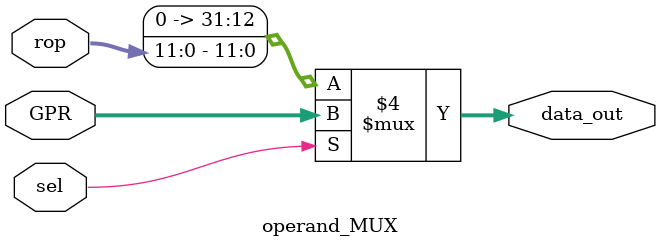
<source format=sv>
module operand_MUX (

    output logic [31:0] data_out,

    input logic [11:0] rop,
    input logic [31:0] GPR,
    input logic sel
    
);

always_comb begin

    if(!sel) begin
        data_out = {20'd0,rop}; // clears the top 20 bits just to be safe
    end

    else begin
        data_out = GPR;
    end
    

end



endmodule
</source>
